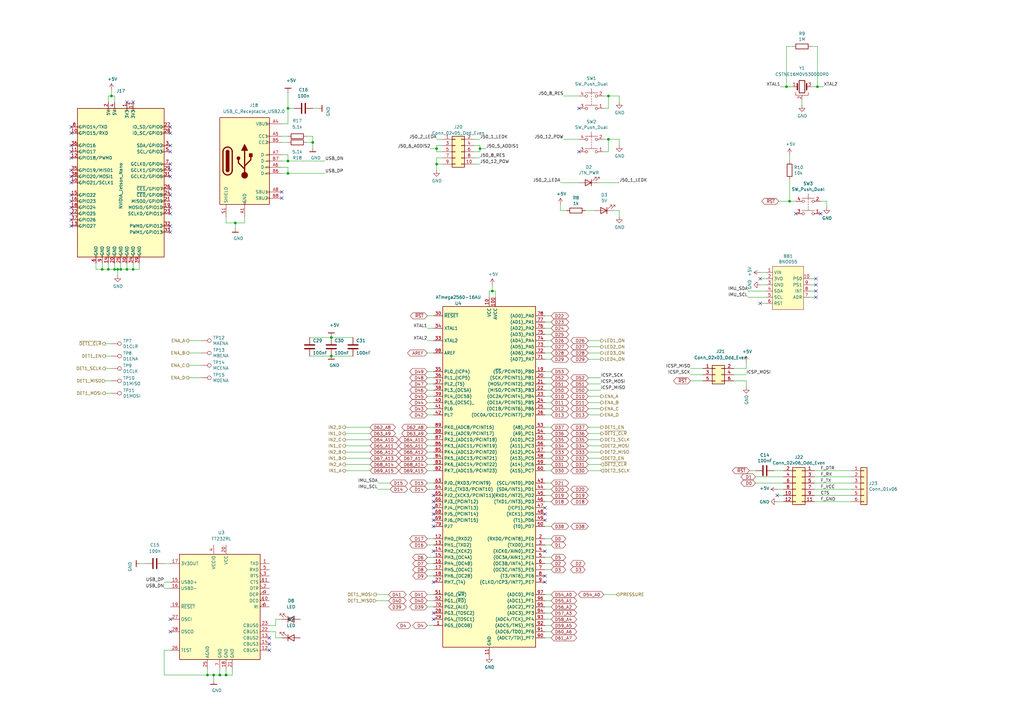
<source format=kicad_sch>
(kicad_sch (version 20200618) (host eeschema "5.99.0-unknown-19b7755~101~ubuntu20.04.1")
  (page 1 5)
  (paper "A3")
  (title_block (title "BOTTOMFEEDER") (date "2020-05-02") (rev "A") (company "UCF EECS Senior Design; Spring/Summer 2020") (comment 1 "Tyler Rose") (comment 2 "Sarah Reim") (comment 3 "T Davis") (comment 4 "John Cope"))
  (junction (at -49.53 154.94))
  (junction (at -12.7 228.6))
  (junction (at 41.91 110.49))
  (junction (at 44.45 110.49))
  (junction (at 45.72 39.37))
  (junction (at 46.99 110.49))
  (junction (at 48.26 110.49))
  (junction (at 49.53 110.49))
  (junction (at 52.07 110.49))
  (junction (at 54.61 110.49))
  (junction (at 85.09 276.86))
  (junction (at 87.63 276.86))
  (junction (at 90.17 276.86))
  (junction (at 92.71 276.86))
  (junction (at 96.52 91.44))
  (junction (at 118.11 44.45))
  (junction (at 118.11 66.04))
  (junction (at 118.11 71.12))
  (junction (at 128.27 58.42))
  (junction (at 135.89 138.43))
  (junction (at 135.89 146.05))
  (junction (at 179.07 60.96))
  (junction (at 179.07 67.31))
  (junction (at 196.85 60.96))
  (junction (at 201.93 119.38))
  (junction (at 249.555 39.37))
  (junction (at 249.555 57.15))
  (junction (at 322.58 35.56))
  (junction (at 323.85 82.55))
  (junction (at 335.28 35.56))
  (no_connect (at 29.21 74.93))
  (no_connect (at 69.85 59.69))
  (no_connect (at 177.8 213.36))
  (no_connect (at 223.52 213.36))
  (no_connect (at 29.21 90.17))
  (no_connect (at 69.85 254))
  (no_connect (at 115.57 81.28))
  (no_connect (at 177.8 203.2))
  (no_connect (at 115.57 78.74))
  (no_connect (at 237.49 62.23))
  (no_connect (at 311.785 114.3))
  (no_connect (at -46.99 140.97))
  (no_connect (at 69.85 54.61))
  (no_connect (at 29.21 72.39))
  (no_connect (at 69.85 67.31))
  (no_connect (at 177.8 254))
  (no_connect (at 311.785 124.46))
  (no_connect (at 29.21 82.55))
  (no_connect (at 110.49 264.16))
  (no_connect (at 69.85 52.07))
  (no_connect (at 29.21 54.61))
  (no_connect (at 69.85 95.25))
  (no_connect (at 223.52 236.22))
  (no_connect (at 69.85 85.09))
  (no_connect (at 177.8 208.28))
  (no_connect (at 177.8 238.76))
  (no_connect (at 177.8 210.82))
  (no_connect (at 52.07 41.91))
  (no_connect (at 334.645 114.3))
  (no_connect (at 29.21 52.07))
  (no_connect (at 223.52 226.06))
  (no_connect (at -46.99 148.59))
  (no_connect (at 223.52 238.76))
  (no_connect (at -49.53 158.75))
  (no_connect (at 69.85 72.39))
  (no_connect (at 54.61 41.91))
  (no_connect (at 177.8 226.06))
  (no_connect (at 29.21 80.01))
  (no_connect (at 29.21 69.85))
  (no_connect (at 223.52 208.28))
  (no_connect (at 29.21 92.71))
  (no_connect (at 326.39 87.63))
  (no_connect (at 334.645 121.92))
  (no_connect (at 177.8 215.9))
  (no_connect (at 334.645 119.38))
  (no_connect (at 69.85 80.01))
  (no_connect (at 69.85 259.08))
  (no_connect (at 69.85 62.23))
  (no_connect (at 336.55 87.63))
  (no_connect (at 69.85 87.63))
  (no_connect (at 334.645 116.84))
  (no_connect (at 223.52 210.82))
  (no_connect (at 237.49 44.45))
  (no_connect (at 110.49 266.7))
  (no_connect (at 110.49 261.62))
  (no_connect (at 69.85 92.71))
  (no_connect (at 29.21 62.23))
  (no_connect (at 29.21 87.63))
  (no_connect (at 69.85 69.85))
  (no_connect (at 29.21 64.77))
  (no_connect (at 29.21 59.69))
  (no_connect (at 29.21 85.09))
  (no_connect (at 177.8 251.46))
  (no_connect (at 177.8 205.74))
  (no_connect (at 69.85 77.47))
  (no_connect (at 318.77 203.2))
  (wire (pts (xy -49.53 143.51) (xy -46.99 143.51)))
  (wire (pts (xy -49.53 146.05) (xy -46.99 146.05)))
  (wire (pts (xy -49.53 151.13) (xy -46.99 151.13)))
  (wire (pts (xy -49.53 153.67) (xy -49.53 154.94)))
  (wire (pts (xy -49.53 154.94) (xy -52.07 154.94)))
  (wire (pts (xy -49.53 154.94) (xy -49.53 156.21)))
  (wire (pts (xy -49.53 156.21) (xy -46.99 156.21)))
  (wire (pts (xy -49.53 158.75) (xy -46.99 158.75)))
  (wire (pts (xy -49.53 165.1) (xy -46.99 165.1)))
  (wire (pts (xy -49.53 167.64) (xy -46.99 167.64)))
  (wire (pts (xy -49.53 170.18) (xy -46.99 170.18)))
  (wire (pts (xy -49.53 172.72) (xy -46.99 172.72)))
  (wire (pts (xy -49.53 175.26) (xy -46.99 175.26)))
  (wire (pts (xy -49.53 177.8) (xy -46.99 177.8)))
  (wire (pts (xy -49.53 180.34) (xy -46.99 180.34)))
  (wire (pts (xy -49.53 182.88) (xy -46.99 182.88)))
  (wire (pts (xy -49.53 189.23) (xy -46.99 189.23)))
  (wire (pts (xy -49.53 191.77) (xy -46.99 191.77)))
  (wire (pts (xy -49.53 194.31) (xy -46.99 194.31)))
  (wire (pts (xy -49.53 196.85) (xy -46.99 196.85)))
  (wire (pts (xy -49.53 199.39) (xy -46.99 199.39)))
  (wire (pts (xy -49.53 201.93) (xy -46.99 201.93)))
  (wire (pts (xy -49.53 204.47) (xy -46.99 204.47)))
  (wire (pts (xy -49.53 207.01) (xy -46.99 207.01)))
  (wire (pts (xy -49.53 213.36) (xy -46.99 213.36)))
  (wire (pts (xy -49.53 215.9) (xy -46.99 215.9)))
  (wire (pts (xy -49.53 218.44) (xy -46.99 218.44)))
  (wire (pts (xy -49.53 220.98) (xy -46.99 220.98)))
  (wire (pts (xy -49.53 223.52) (xy -46.99 223.52)))
  (wire (pts (xy -49.53 226.06) (xy -46.99 226.06)))
  (wire (pts (xy -49.53 231.14) (xy -46.99 231.14)))
  (wire (pts (xy -49.53 242.57) (xy -46.99 242.57)))
  (wire (pts (xy -49.53 245.11) (xy -46.99 245.11)))
  (wire (pts (xy -49.53 247.65) (xy -46.99 247.65)))
  (wire (pts (xy -49.53 250.19) (xy -46.99 250.19)))
  (wire (pts (xy -49.53 252.73) (xy -46.99 252.73)))
  (wire (pts (xy -49.53 255.27) (xy -46.99 255.27)))
  (wire (pts (xy -49.53 257.81) (xy -46.99 257.81)))
  (wire (pts (xy -49.53 260.35) (xy -46.99 260.35)))
  (wire (pts (xy -46.99 153.67) (xy -49.53 153.67)))
  (wire (pts (xy -46.99 228.6) (xy -49.53 228.6)))
  (wire (pts (xy -15.24 186.69) (xy -12.7 186.69)))
  (wire (pts (xy -15.24 189.23) (xy -12.7 189.23)))
  (wire (pts (xy -15.24 191.77) (xy -12.7 191.77)))
  (wire (pts (xy -15.24 194.31) (xy -12.7 194.31)))
  (wire (pts (xy -15.24 217.17) (xy -12.7 217.17)))
  (wire (pts (xy -15.24 219.71) (xy -12.7 219.71)))
  (wire (pts (xy -15.24 222.25) (xy -12.7 222.25)))
  (wire (pts (xy -15.24 224.79) (xy -12.7 224.79)))
  (wire (pts (xy -15.24 227.33) (xy -12.7 227.33)))
  (wire (pts (xy -15.24 242.57) (xy -12.7 242.57)))
  (wire (pts (xy -15.24 245.11) (xy -12.7 245.11)))
  (wire (pts (xy -15.24 247.65) (xy -12.7 247.65)))
  (wire (pts (xy -15.24 250.19) (xy -12.7 250.19)))
  (wire (pts (xy -15.24 252.73) (xy -12.7 252.73)))
  (wire (pts (xy -15.24 255.27) (xy -12.7 255.27)))
  (wire (pts (xy -15.24 257.81) (xy -12.7 257.81)))
  (wire (pts (xy -15.24 260.35) (xy -12.7 260.35)))
  (wire (pts (xy -12.7 140.97) (xy -15.24 140.97)))
  (wire (pts (xy -12.7 143.51) (xy -15.24 143.51)))
  (wire (pts (xy -12.7 146.05) (xy -15.24 146.05)))
  (wire (pts (xy -12.7 148.59) (xy -15.24 148.59)))
  (wire (pts (xy -12.7 151.13) (xy -15.24 151.13)))
  (wire (pts (xy -12.7 153.67) (xy -15.24 153.67)))
  (wire (pts (xy -12.7 156.21) (xy -15.24 156.21)))
  (wire (pts (xy -12.7 158.75) (xy -15.24 158.75)))
  (wire (pts (xy -12.7 161.29) (xy -15.24 161.29)))
  (wire (pts (xy -12.7 163.83) (xy -15.24 163.83)))
  (wire (pts (xy -12.7 166.37) (xy -15.24 166.37)))
  (wire (pts (xy -12.7 168.91) (xy -15.24 168.91)))
  (wire (pts (xy -12.7 171.45) (xy -15.24 171.45)))
  (wire (pts (xy -12.7 173.99) (xy -15.24 173.99)))
  (wire (pts (xy -12.7 176.53) (xy -15.24 176.53)))
  (wire (pts (xy -12.7 179.07) (xy -15.24 179.07)))
  (wire (pts (xy -12.7 181.61) (xy -15.24 181.61)))
  (wire (pts (xy -12.7 184.15) (xy -15.24 184.15)))
  (wire (pts (xy -12.7 196.85) (xy -15.24 196.85)))
  (wire (pts (xy -12.7 199.39) (xy -15.24 199.39)))
  (wire (pts (xy -12.7 201.93) (xy -15.24 201.93)))
  (wire (pts (xy -12.7 204.47) (xy -15.24 204.47)))
  (wire (pts (xy -12.7 207.01) (xy -15.24 207.01)))
  (wire (pts (xy -12.7 209.55) (xy -15.24 209.55)))
  (wire (pts (xy -12.7 212.09) (xy -15.24 212.09)))
  (wire (pts (xy -12.7 214.63) (xy -15.24 214.63)))
  (wire (pts (xy -12.7 227.33) (xy -12.7 228.6)))
  (wire (pts (xy -12.7 228.6) (xy -12.7 229.87)))
  (wire (pts (xy -12.7 228.6) (xy -10.16 228.6)))
  (wire (pts (xy -12.7 229.87) (xy -15.24 229.87)))
  (wire (pts (xy 39.37 107.95) (xy 39.37 110.49)))
  (wire (pts (xy 39.37 110.49) (xy 41.91 110.49)))
  (wire (pts (xy 41.91 107.95) (xy 41.91 110.49)))
  (wire (pts (xy 41.91 110.49) (xy 44.45 110.49)))
  (wire (pts (xy 43.18 140.97) (xy 45.72 140.97)))
  (wire (pts (xy 43.18 146.05) (xy 45.72 146.05)))
  (wire (pts (xy 43.18 151.13) (xy 45.72 151.13)))
  (wire (pts (xy 43.18 156.21) (xy 45.72 156.21)))
  (wire (pts (xy 43.18 161.29) (xy 45.72 161.29)))
  (wire (pts (xy 44.45 39.37) (xy 44.45 41.91)))
  (wire (pts (xy 44.45 107.95) (xy 44.45 110.49)))
  (wire (pts (xy 44.45 110.49) (xy 46.99 110.49)))
  (wire (pts (xy 45.72 39.37) (xy 44.45 39.37)))
  (wire (pts (xy 45.72 39.37) (xy 45.72 36.83)))
  (wire (pts (xy 46.99 39.37) (xy 45.72 39.37)))
  (wire (pts (xy 46.99 41.91) (xy 46.99 39.37)))
  (wire (pts (xy 46.99 110.49) (xy 46.99 107.95)))
  (wire (pts (xy 46.99 110.49) (xy 48.26 110.49)))
  (wire (pts (xy 48.26 110.49) (xy 48.26 113.03)))
  (wire (pts (xy 48.26 110.49) (xy 49.53 110.49)))
  (wire (pts (xy 49.53 107.95) (xy 49.53 110.49)))
  (wire (pts (xy 49.53 110.49) (xy 52.07 110.49)))
  (wire (pts (xy 52.07 107.95) (xy 52.07 110.49)))
  (wire (pts (xy 52.07 110.49) (xy 54.61 110.49)))
  (wire (pts (xy 54.61 107.95) (xy 54.61 110.49)))
  (wire (pts (xy 54.61 110.49) (xy 57.15 110.49)))
  (wire (pts (xy 57.15 110.49) (xy 57.15 107.95)))
  (wire (pts (xy 57.15 231.14) (xy 59.69 231.14)))
  (wire (pts (xy 67.31 231.14) (xy 69.85 231.14)))
  (wire (pts (xy 67.31 238.76) (xy 69.85 238.76)))
  (wire (pts (xy 67.31 241.3) (xy 69.85 241.3)))
  (wire (pts (xy 67.31 266.7) (xy 69.85 266.7)))
  (wire (pts (xy 67.31 276.86) (xy 67.31 266.7)))
  (wire (pts (xy 82.55 139.7) (xy 77.47 139.7)))
  (wire (pts (xy 82.55 144.78) (xy 77.47 144.78)))
  (wire (pts (xy 82.55 149.86) (xy 77.47 149.86)))
  (wire (pts (xy 82.55 154.94) (xy 77.47 154.94)))
  (wire (pts (xy 85.09 276.86) (xy 67.31 276.86)))
  (wire (pts (xy 85.09 276.86) (xy 85.09 274.32)))
  (wire (pts (xy 87.63 276.86) (xy 85.09 276.86)))
  (wire (pts (xy 87.63 276.86) (xy 90.17 276.86)))
  (wire (pts (xy 87.63 279.4) (xy 87.63 276.86)))
  (wire (pts (xy 90.17 276.86) (xy 90.17 274.32)))
  (wire (pts (xy 90.17 276.86) (xy 92.71 276.86)))
  (wire (pts (xy 92.71 91.44) (xy 92.71 88.9)))
  (wire (pts (xy 92.71 276.86) (xy 92.71 274.32)))
  (wire (pts (xy 92.71 276.86) (xy 95.25 276.86)))
  (wire (pts (xy 95.25 276.86) (xy 95.25 274.32)))
  (wire (pts (xy 96.52 91.44) (xy 92.71 91.44)))
  (wire (pts (xy 96.52 93.98) (xy 96.52 91.44)))
  (wire (pts (xy 100.33 88.9) (xy 100.33 91.44)))
  (wire (pts (xy 100.33 91.44) (xy 96.52 91.44)))
  (wire (pts (xy 110.49 256.54) (xy 113.03 256.54)))
  (wire (pts (xy 110.49 259.08) (xy 113.03 259.08)))
  (wire (pts (xy 113.03 254) (xy 115.57 254)))
  (wire (pts (xy 113.03 256.54) (xy 113.03 254)))
  (wire (pts (xy 113.03 259.08) (xy 113.03 261.62)))
  (wire (pts (xy 113.03 261.62) (xy 115.57 261.62)))
  (wire (pts (xy 115.57 55.88) (xy 118.11 55.88)))
  (wire (pts (xy 115.57 58.42) (xy 118.11 58.42)))
  (wire (pts (xy 115.57 63.5) (xy 118.11 63.5)))
  (wire (pts (xy 115.57 66.04) (xy 118.11 66.04)))
  (wire (pts (xy 115.57 68.58) (xy 118.11 68.58)))
  (wire (pts (xy 115.57 71.12) (xy 118.11 71.12)))
  (wire (pts (xy 118.11 38.1) (xy 118.11 44.45)))
  (wire (pts (xy 118.11 44.45) (xy 118.11 50.8)))
  (wire (pts (xy 118.11 44.45) (xy 120.65 44.45)))
  (wire (pts (xy 118.11 50.8) (xy 115.57 50.8)))
  (wire (pts (xy 118.11 63.5) (xy 118.11 66.04)))
  (wire (pts (xy 118.11 66.04) (xy 133.35 66.04)))
  (wire (pts (xy 118.11 68.58) (xy 118.11 71.12)))
  (wire (pts (xy 118.11 71.12) (xy 133.35 71.12)))
  (wire (pts (xy 125.73 58.42) (xy 128.27 58.42)))
  (wire (pts (xy 127 138.43) (xy 135.89 138.43)))
  (wire (pts (xy 127 146.05) (xy 135.89 146.05)))
  (wire (pts (xy 128.27 55.88) (xy 125.73 55.88)))
  (wire (pts (xy 128.27 58.42) (xy 128.27 55.88)))
  (wire (pts (xy 128.27 60.96) (xy 128.27 58.42)))
  (wire (pts (xy 130.81 44.45) (xy 128.27 44.45)))
  (wire (pts (xy 135.89 138.43) (xy 144.78 138.43)))
  (wire (pts (xy 135.89 146.05) (xy 144.78 146.05)))
  (wire (pts (xy 141.605 175.26) (xy 151.765 175.26)))
  (wire (pts (xy 141.605 177.8) (xy 151.765 177.8)))
  (wire (pts (xy 141.605 180.34) (xy 151.765 180.34)))
  (wire (pts (xy 141.605 182.88) (xy 151.765 182.88)))
  (wire (pts (xy 141.605 185.42) (xy 151.765 185.42)))
  (wire (pts (xy 141.605 187.96) (xy 151.765 187.96)))
  (wire (pts (xy 141.605 190.5) (xy 151.765 190.5)))
  (wire (pts (xy 141.605 193.04) (xy 151.765 193.04)))
  (wire (pts (xy 159.385 243.84) (xy 154.305 243.84)))
  (wire (pts (xy 159.385 246.38) (xy 154.305 246.38)))
  (wire (pts (xy 160.02 198.12) (xy 154.94 198.12)))
  (wire (pts (xy 160.02 200.66) (xy 154.94 200.66)))
  (wire (pts (xy 175.26 129.54) (xy 177.8 129.54)))
  (wire (pts (xy 175.26 134.62) (xy 177.8 134.62)))
  (wire (pts (xy 175.26 139.7) (xy 177.8 139.7)))
  (wire (pts (xy 175.26 144.78) (xy 177.8 144.78)))
  (wire (pts (xy 175.26 152.4) (xy 177.8 152.4)))
  (wire (pts (xy 175.26 154.94) (xy 177.8 154.94)))
  (wire (pts (xy 175.26 157.48) (xy 177.8 157.48)))
  (wire (pts (xy 175.26 160.02) (xy 177.8 160.02)))
  (wire (pts (xy 175.26 162.56) (xy 177.8 162.56)))
  (wire (pts (xy 175.26 165.1) (xy 177.8 165.1)))
  (wire (pts (xy 175.26 167.64) (xy 177.8 167.64)))
  (wire (pts (xy 175.26 170.18) (xy 177.8 170.18)))
  (wire (pts (xy 175.26 175.26) (xy 177.8 175.26)))
  (wire (pts (xy 175.26 177.8) (xy 177.8 177.8)))
  (wire (pts (xy 175.26 180.34) (xy 177.8 180.34)))
  (wire (pts (xy 175.26 182.88) (xy 177.8 182.88)))
  (wire (pts (xy 175.26 185.42) (xy 177.8 185.42)))
  (wire (pts (xy 175.26 187.96) (xy 177.8 187.96)))
  (wire (pts (xy 175.26 190.5) (xy 177.8 190.5)))
  (wire (pts (xy 175.26 193.04) (xy 177.8 193.04)))
  (wire (pts (xy 175.26 198.12) (xy 177.8 198.12)))
  (wire (pts (xy 175.26 200.66) (xy 177.8 200.66)))
  (wire (pts (xy 175.26 220.98) (xy 177.8 220.98)))
  (wire (pts (xy 175.26 223.52) (xy 177.8 223.52)))
  (wire (pts (xy 175.26 228.6) (xy 177.8 228.6)))
  (wire (pts (xy 175.26 231.14) (xy 177.8 231.14)))
  (wire (pts (xy 175.26 233.68) (xy 177.8 233.68)))
  (wire (pts (xy 175.26 236.22) (xy 177.8 236.22)))
  (wire (pts (xy 175.26 243.84) (xy 177.8 243.84)))
  (wire (pts (xy 175.26 246.38) (xy 177.8 246.38)))
  (wire (pts (xy 175.26 248.92) (xy 177.8 248.92)))
  (wire (pts (xy 175.26 256.54) (xy 177.8 256.54)))
  (wire (pts (xy 176.53 60.96) (xy 179.07 60.96)))
  (wire (pts (xy 179.07 57.15) (xy 181.61 57.15)))
  (wire (pts (xy 179.07 59.69) (xy 179.07 60.96)))
  (wire (pts (xy 179.07 59.69) (xy 181.61 59.69)))
  (wire (pts (xy 179.07 60.96) (xy 179.07 62.23)))
  (wire (pts (xy 179.07 62.23) (xy 181.61 62.23)))
  (wire (pts (xy 179.07 64.77) (xy 181.61 64.77)))
  (wire (pts (xy 179.07 67.31) (xy 179.07 64.77)))
  (wire (pts (xy 179.07 67.31) (xy 181.61 67.31)))
  (wire (pts (xy 179.07 69.85) (xy 179.07 67.31)))
  (wire (pts (xy 194.31 57.15) (xy 196.85 57.15)))
  (wire (pts (xy 194.31 59.69) (xy 196.85 59.69)))
  (wire (pts (xy 194.31 62.23) (xy 196.85 62.23)))
  (wire (pts (xy 194.31 64.77) (xy 196.85 64.77)))
  (wire (pts (xy 194.31 67.31) (xy 196.85 67.31)))
  (wire (pts (xy 196.85 59.69) (xy 196.85 60.96)))
  (wire (pts (xy 196.85 60.96) (xy 196.85 62.23)))
  (wire (pts (xy 196.85 60.96) (xy 199.39 60.96)))
  (wire (pts (xy 200.66 119.38) (xy 200.66 121.92)))
  (wire (pts (xy 201.93 119.38) (xy 200.66 119.38)))
  (wire (pts (xy 201.93 119.38) (xy 201.93 116.84)))
  (wire (pts (xy 203.2 119.38) (xy 201.93 119.38)))
  (wire (pts (xy 203.2 121.92) (xy 203.2 119.38)))
  (wire (pts (xy 226.06 129.54) (xy 223.52 129.54)))
  (wire (pts (xy 226.06 132.08) (xy 223.52 132.08)))
  (wire (pts (xy 226.06 134.62) (xy 223.52 134.62)))
  (wire (pts (xy 226.06 137.16) (xy 223.52 137.16)))
  (wire (pts (xy 226.06 139.7) (xy 223.52 139.7)))
  (wire (pts (xy 226.06 142.24) (xy 223.52 142.24)))
  (wire (pts (xy 226.06 144.78) (xy 223.52 144.78)))
  (wire (pts (xy 226.06 147.32) (xy 223.52 147.32)))
  (wire (pts (xy 226.06 152.4) (xy 223.52 152.4)))
  (wire (pts (xy 226.06 154.94) (xy 223.52 154.94)))
  (wire (pts (xy 226.06 157.48) (xy 223.52 157.48)))
  (wire (pts (xy 226.06 160.02) (xy 223.52 160.02)))
  (wire (pts (xy 226.06 162.56) (xy 223.52 162.56)))
  (wire (pts (xy 226.06 165.1) (xy 223.52 165.1)))
  (wire (pts (xy 226.06 167.64) (xy 223.52 167.64)))
  (wire (pts (xy 226.06 170.18) (xy 223.52 170.18)))
  (wire (pts (xy 226.06 175.26) (xy 223.52 175.26)))
  (wire (pts (xy 226.06 177.8) (xy 223.52 177.8)))
  (wire (pts (xy 226.06 180.34) (xy 223.52 180.34)))
  (wire (pts (xy 226.06 182.88) (xy 223.52 182.88)))
  (wire (pts (xy 226.06 185.42) (xy 223.52 185.42)))
  (wire (pts (xy 226.06 187.96) (xy 223.52 187.96)))
  (wire (pts (xy 226.06 190.5) (xy 223.52 190.5)))
  (wire (pts (xy 226.06 193.04) (xy 223.52 193.04)))
  (wire (pts (xy 226.06 198.12) (xy 223.52 198.12)))
  (wire (pts (xy 226.06 200.66) (xy 223.52 200.66)))
  (wire (pts (xy 226.06 203.2) (xy 223.52 203.2)))
  (wire (pts (xy 226.06 205.74) (xy 223.52 205.74)))
  (wire (pts (xy 226.06 215.9) (xy 223.52 215.9)))
  (wire (pts (xy 226.06 220.98) (xy 223.52 220.98)))
  (wire (pts (xy 226.06 223.52) (xy 223.52 223.52)))
  (wire (pts (xy 226.06 228.6) (xy 223.52 228.6)))
  (wire (pts (xy 226.06 231.14) (xy 223.52 231.14)))
  (wire (pts (xy 226.06 233.68) (xy 223.52 233.68)))
  (wire (pts (xy 226.06 243.84) (xy 223.52 243.84)))
  (wire (pts (xy 226.06 246.38) (xy 223.52 246.38)))
  (wire (pts (xy 226.06 248.92) (xy 223.52 248.92)))
  (wire (pts (xy 226.06 251.46) (xy 223.52 251.46)))
  (wire (pts (xy 226.06 254) (xy 223.52 254)))
  (wire (pts (xy 226.06 256.54) (xy 223.52 256.54)))
  (wire (pts (xy 226.06 259.08) (xy 223.52 259.08)))
  (wire (pts (xy 226.06 261.62) (xy 223.52 261.62)))
  (wire (pts (xy 229.87 74.93) (xy 237.49 74.93)))
  (wire (pts (xy 229.87 83.82) (xy 229.87 86.36)))
  (wire (pts (xy 232.41 86.36) (xy 229.87 86.36)))
  (wire (pts (xy 237.49 39.37) (xy 231.14 39.37)))
  (wire (pts (xy 237.49 57.15) (xy 231.14 57.15)))
  (wire (pts (xy 240.03 86.36) (xy 243.84 86.36)))
  (wire (pts (xy 241.3 139.7) (xy 246.38 139.7)))
  (wire (pts (xy 241.3 144.78) (xy 246.38 144.78)))
  (wire (pts (xy 241.3 154.94) (xy 246.38 154.94)))
  (wire (pts (xy 241.3 157.48) (xy 246.38 157.48)))
  (wire (pts (xy 241.3 160.02) (xy 246.38 160.02)))
  (wire (pts (xy 241.3 162.56) (xy 246.38 162.56)))
  (wire (pts (xy 241.3 165.1) (xy 246.38 165.1)))
  (wire (pts (xy 241.3 167.64) (xy 246.38 167.64)))
  (wire (pts (xy 241.3 170.18) (xy 246.38 170.18)))
  (wire (pts (xy 241.3 175.26) (xy 246.38 175.26)))
  (wire (pts (xy 241.3 177.8) (xy 246.38 177.8)))
  (wire (pts (xy 241.3 180.34) (xy 246.38 180.34)))
  (wire (pts (xy 241.3 182.88) (xy 246.38 182.88)))
  (wire (pts (xy 241.3 185.42) (xy 246.38 185.42)))
  (wire (pts (xy 241.3 187.96) (xy 246.38 187.96)))
  (wire (pts (xy 241.3 190.5) (xy 246.38 190.5)))
  (wire (pts (xy 241.3 193.04) (xy 246.38 193.04)))
  (wire (pts (xy 245.11 74.93) (xy 254 74.93)))
  (wire (pts (xy 246.38 142.24) (xy 241.3 142.24)))
  (wire (pts (xy 246.38 147.32) (xy 241.3 147.32)))
  (wire (pts (xy 247.65 39.37) (xy 249.555 39.37)))
  (wire (pts (xy 247.65 44.45) (xy 249.555 44.45)))
  (wire (pts (xy 247.65 57.15) (xy 249.555 57.15)))
  (wire (pts (xy 247.65 62.23) (xy 249.555 62.23)))
  (wire (pts (xy 247.65 243.84) (xy 252.73 243.84)))
  (wire (pts (xy 249.555 39.37) (xy 254 39.37)))
  (wire (pts (xy 249.555 44.45) (xy 249.555 39.37)))
  (wire (pts (xy 249.555 57.15) (xy 254 57.15)))
  (wire (pts (xy 249.555 62.23) (xy 249.555 57.15)))
  (wire (pts (xy 254 41.91) (xy 254 39.37)))
  (wire (pts (xy 254 59.69) (xy 254 57.15)))
  (wire (pts (xy 254 86.36) (xy 251.46 86.36)))
  (wire (pts (xy 254 88.9) (xy 254 86.36)))
  (wire (pts (xy 283.21 151.13) (xy 288.29 151.13)))
  (wire (pts (xy 283.21 153.67) (xy 288.29 153.67)))
  (wire (pts (xy 283.21 156.21) (xy 288.29 156.21)))
  (wire (pts (xy 300.99 151.13) (xy 306.07 151.13)))
  (wire (pts (xy 300.99 153.67) (xy 306.07 153.67)))
  (wire (pts (xy 300.99 156.21) (xy 306.07 156.21)))
  (wire (pts (xy 306.07 148.59) (xy 306.07 151.13)))
  (wire (pts (xy 306.07 156.21) (xy 306.07 158.75)))
  (wire (pts (xy 306.705 119.38) (xy 314.325 119.38)))
  (wire (pts (xy 306.705 121.92) (xy 314.325 121.92)))
  (wire (pts (xy 307.34 193.04) (xy 309.88 193.04)))
  (wire (pts (xy 309.88 195.58) (xy 321.31 195.58)))
  (wire (pts (xy 309.88 198.12) (xy 321.31 198.12)))
  (wire (pts (xy 311.785 111.76) (xy 314.325 111.76)))
  (wire (pts (xy 311.785 114.3) (xy 314.325 114.3)))
  (wire (pts (xy 311.785 116.84) (xy 314.325 116.84)))
  (wire (pts (xy 311.785 124.46) (xy 314.325 124.46)))
  (wire (pts (xy 317.5 193.04) (xy 321.31 193.04)))
  (wire (pts (xy 318.77 200.66) (xy 321.31 200.66)))
  (wire (pts (xy 318.77 203.2) (xy 321.31 203.2)))
  (wire (pts (xy 318.77 205.74) (xy 321.31 205.74)))
  (wire (pts (xy 319.405 82.55) (xy 323.85 82.55)))
  (wire (pts (xy 322.58 19.05) (xy 322.58 35.56)))
  (wire (pts (xy 322.58 35.56) (xy 320.04 35.56)))
  (wire (pts (xy 323.85 66.04) (xy 323.85 63.5)))
  (wire (pts (xy 323.85 73.66) (xy 323.85 82.55)))
  (wire (pts (xy 323.85 82.55) (xy 326.39 82.55)))
  (wire (pts (xy 325.12 19.05) (xy 322.58 19.05)))
  (wire (pts (xy 325.12 35.56) (xy 322.58 35.56)))
  (wire (pts (xy 328.93 40.64) (xy 328.93 43.18)))
  (wire (pts (xy 332.105 114.3) (xy 334.645 114.3)))
  (wire (pts (xy 332.105 116.84) (xy 334.645 116.84)))
  (wire (pts (xy 332.105 119.38) (xy 334.645 119.38)))
  (wire (pts (xy 332.105 121.92) (xy 334.645 121.92)))
  (wire (pts (xy 332.74 35.56) (xy 335.28 35.56)))
  (wire (pts (xy 334.01 193.04) (xy 349.25 193.04)))
  (wire (pts (xy 334.01 195.58) (xy 349.25 195.58)))
  (wire (pts (xy 334.01 198.12) (xy 349.25 198.12)))
  (wire (pts (xy 334.01 200.66) (xy 349.25 200.66)))
  (wire (pts (xy 334.01 203.2) (xy 349.25 203.2)))
  (wire (pts (xy 334.01 205.74) (xy 349.25 205.74)))
  (wire (pts (xy 335.28 19.05) (xy 332.74 19.05)))
  (wire (pts (xy 335.28 35.56) (xy 335.28 19.05)))
  (wire (pts (xy 335.28 35.56) (xy 337.82 35.56)))
  (wire (pts (xy 339.09 82.55) (xy 336.55 82.55)))
  (wire (pts (xy 339.09 85.09) (xy 339.09 82.55)))
  (label "USB_DP" (at 67.31 238.76 180))
  (label "USB_DN" (at 67.31 241.3 180))
  (label "USB_DN" (at 133.35 66.04 0))
  (label "USB_DP" (at 133.35 71.12 0))
  (label "IMU_SDA" (at 154.94 198.12 180))
  (label "IMU_SCL" (at 154.94 200.66 180))
  (label "XTAL1" (at 175.26 134.62 180))
  (label "XTAL2" (at 175.26 139.7 180))
  (label "J50_6_AODIS2" (at 176.53 60.96 180))
  (label "J50_2_LEDA" (at 179.07 57.15 180))
  (label "J50_1_LEDK" (at 196.85 57.15 0))
  (label "J50_8_RES" (at 196.85 64.77 0))
  (label "J50_12_POW" (at 196.85 67.31 0))
  (label "J50_5_AODIS1" (at 199.39 60.96 0))
  (label "J50_2_LEDA" (at 229.87 74.93 180))
  (label "J50_8_RES" (at 231.14 39.37 180))
  (label "J50_12_POW" (at 231.14 57.15 180))
  (label "ICSP_SCK" (at 246.38 154.94 0))
  (label "ICSP_MOSI" (at 246.38 157.48 0))
  (label "ICSP_MISO" (at 246.38 160.02 0))
  (label "J50_1_LEDK" (at 254 74.93 0))
  (label "ICSP_MISO" (at 283.21 151.13 180))
  (label "ICSP_SCK" (at 283.21 153.67 180))
  (label "ICSP_MOSI" (at 306.07 153.67 0))
  (label "IMU_SDA" (at 306.705 119.38 180))
  (label "IMU_SCL" (at 306.705 121.92 180))
  (label "XTAL1" (at 320.04 35.56 180))
  (label "F_DTR" (at 336.55 193.04 0))
  (label "F_RX" (at 336.55 195.58 0))
  (label "F_TX" (at 336.55 198.12 0))
  (label "F_VCC" (at 336.55 200.66 0))
  (label "CTS" (at 336.55 203.2 0))
  (label "F_GND" (at 336.55 205.74 0))
  (label "XTAL2" (at 337.82 35.56 0))
  (global_label "~RST~" (shape bidirectional) (at -49.53 146.05 180))
  (global_label "D54_A0" (shape bidirectional) (at -49.53 165.1 180))
  (global_label "D55_A1" (shape bidirectional) (at -49.53 167.64 180))
  (global_label "D56_A2" (shape bidirectional) (at -49.53 170.18 180))
  (global_label "D57_A3" (shape bidirectional) (at -49.53 172.72 180))
  (global_label "D58_A4" (shape bidirectional) (at -49.53 175.26 180))
  (global_label "D59_A5" (shape bidirectional) (at -49.53 177.8 180))
  (global_label "D60_A6" (shape bidirectional) (at -49.53 180.34 180))
  (global_label "D61_A7" (shape bidirectional) (at -49.53 182.88 180))
  (global_label "D0" (shape bidirectional) (at -49.53 189.23 180))
  (global_label "D1" (shape bidirectional) (at -49.53 191.77 180))
  (global_label "D2" (shape bidirectional) (at -49.53 194.31 180))
  (global_label "D3" (shape bidirectional) (at -49.53 196.85 180))
  (global_label "D4" (shape bidirectional) (at -49.53 199.39 180))
  (global_label "D5" (shape bidirectional) (at -49.53 201.93 180))
  (global_label "D6" (shape bidirectional) (at -49.53 204.47 180))
  (global_label "D7" (shape bidirectional) (at -49.53 207.01 180))
  (global_label "D8" (shape bidirectional) (at -49.53 213.36 180))
  (global_label "D9" (shape bidirectional) (at -49.53 215.9 180))
  (global_label "D10" (shape bidirectional) (at -49.53 218.44 180))
  (global_label "D11" (shape bidirectional) (at -49.53 220.98 180))
  (global_label "D12" (shape bidirectional) (at -49.53 223.52 180))
  (global_label "D13" (shape bidirectional) (at -49.53 226.06 180))
  (global_label "D14" (shape bidirectional) (at -49.53 242.57 180))
  (global_label "D15" (shape bidirectional) (at -49.53 245.11 180))
  (global_label "D16" (shape bidirectional) (at -49.53 247.65 180))
  (global_label "D17" (shape bidirectional) (at -49.53 250.19 180))
  (global_label "D18" (shape bidirectional) (at -49.53 252.73 180))
  (global_label "D19" (shape bidirectional) (at -49.53 255.27 180))
  (global_label "D20" (shape bidirectional) (at -49.53 257.81 180))
  (global_label "D21" (shape bidirectional) (at -49.53 260.35 180))
  (global_label "D22" (shape bidirectional) (at -12.7 146.05 0))
  (global_label "D23" (shape bidirectional) (at -12.7 148.59 0))
  (global_label "D24" (shape bidirectional) (at -12.7 151.13 0))
  (global_label "D25" (shape bidirectional) (at -12.7 153.67 0))
  (global_label "D26" (shape bidirectional) (at -12.7 156.21 0))
  (global_label "D27" (shape bidirectional) (at -12.7 158.75 0))
  (global_label "D28" (shape bidirectional) (at -12.7 161.29 0))
  (global_label "D29" (shape bidirectional) (at -12.7 163.83 0))
  (global_label "D30" (shape bidirectional) (at -12.7 166.37 0))
  (global_label "D31" (shape bidirectional) (at -12.7 168.91 0))
  (global_label "D32" (shape bidirectional) (at -12.7 171.45 0))
  (global_label "D33" (shape bidirectional) (at -12.7 173.99 0))
  (global_label "D34" (shape bidirectional) (at -12.7 176.53 0))
  (global_label "D35" (shape bidirectional) (at -12.7 179.07 0))
  (global_label "D36" (shape bidirectional) (at -12.7 181.61 0))
  (global_label "D37" (shape bidirectional) (at -12.7 184.15 0))
  (global_label "D38" (shape bidirectional) (at -12.7 186.69 0))
  (global_label "D39" (shape bidirectional) (at -12.7 189.23 0))
  (global_label "D40" (shape bidirectional) (at -12.7 191.77 0))
  (global_label "D41" (shape bidirectional) (at -12.7 194.31 0))
  (global_label "D42" (shape bidirectional) (at -12.7 196.85 0))
  (global_label "D43" (shape bidirectional) (at -12.7 199.39 0))
  (global_label "D44" (shape bidirectional) (at -12.7 201.93 0))
  (global_label "D45" (shape bidirectional) (at -12.7 204.47 0))
  (global_label "D46" (shape bidirectional) (at -12.7 207.01 0))
  (global_label "D47" (shape bidirectional) (at -12.7 209.55 0))
  (global_label "D48" (shape bidirectional) (at -12.7 212.09 0))
  (global_label "D49" (shape bidirectional) (at -12.7 214.63 0))
  (global_label "D50" (shape bidirectional) (at -12.7 217.17 0))
  (global_label "D51" (shape bidirectional) (at -12.7 219.71 0))
  (global_label "D52" (shape bidirectional) (at -12.7 222.25 0))
  (global_label "D53" (shape bidirectional) (at -12.7 224.79 0))
  (global_label "D62_A8" (shape bidirectional) (at -12.7 242.57 0))
  (global_label "D63_A9" (shape bidirectional) (at -12.7 245.11 0))
  (global_label "D64_A10" (shape bidirectional) (at -12.7 247.65 0))
  (global_label "D65_A11" (shape bidirectional) (at -12.7 250.19 0))
  (global_label "D66_A12" (shape bidirectional) (at -12.7 252.73 0))
  (global_label "D67_A13" (shape bidirectional) (at -12.7 255.27 0))
  (global_label "D68_A14" (shape bidirectional) (at -12.7 257.81 0))
  (global_label "D69_A15" (shape bidirectional) (at -12.7 260.35 0))
  (global_label "D62_A8" (shape bidirectional) (at 151.765 175.26 0))
  (global_label "D63_A9" (shape bidirectional) (at 151.765 177.8 0))
  (global_label "D64_A10" (shape bidirectional) (at 151.765 180.34 0))
  (global_label "D65_A11" (shape bidirectional) (at 151.765 182.88 0))
  (global_label "D66_A12" (shape bidirectional) (at 151.765 185.42 0))
  (global_label "D67_A13" (shape bidirectional) (at 151.765 187.96 0))
  (global_label "D68_A14" (shape bidirectional) (at 151.765 190.5 0))
  (global_label "D69_A15" (shape bidirectional) (at 151.765 193.04 0))
  (global_label "D41" (shape bidirectional) (at 159.385 243.84 0))
  (global_label "D40" (shape bidirectional) (at 159.385 246.38 0))
  (global_label "D39" (shape bidirectional) (at 159.385 248.92 0))
  (global_label "D15" (shape bidirectional) (at 160.02 198.12 0))
  (global_label "D14" (shape bidirectional) (at 160.02 200.66 0))
  (global_label "D4" (shape bidirectional) (at 162.56 256.54 0))
  (global_label "~RST~" (shape bidirectional) (at 175.26 129.54 180))
  (global_label "AREF" (shape bidirectional) (at 175.26 144.78 180))
  (global_label "D49" (shape bidirectional) (at 175.26 152.4 180))
  (global_label "D48" (shape bidirectional) (at 175.26 154.94 180))
  (global_label "D47" (shape bidirectional) (at 175.26 157.48 180))
  (global_label "D46" (shape bidirectional) (at 175.26 160.02 180))
  (global_label "D45" (shape bidirectional) (at 175.26 162.56 180))
  (global_label "D44" (shape bidirectional) (at 175.26 165.1 180))
  (global_label "D43" (shape bidirectional) (at 175.26 167.64 180))
  (global_label "D42" (shape bidirectional) (at 175.26 170.18 180))
  (global_label "D62_A8" (shape bidirectional) (at 175.26 175.26 180))
  (global_label "D63_A9" (shape bidirectional) (at 175.26 177.8 180))
  (global_label "D64_A10" (shape bidirectional) (at 175.26 180.34 180))
  (global_label "D65_A11" (shape bidirectional) (at 175.26 182.88 180))
  (global_label "D66_A12" (shape bidirectional) (at 175.26 185.42 180))
  (global_label "D67_A13" (shape bidirectional) (at 175.26 187.96 180))
  (global_label "D68_A14" (shape bidirectional) (at 175.26 190.5 180))
  (global_label "D69_A15" (shape bidirectional) (at 175.26 193.04 180))
  (global_label "D15" (shape bidirectional) (at 175.26 198.12 180))
  (global_label "D14" (shape bidirectional) (at 175.26 200.66 180))
  (global_label "D17" (shape bidirectional) (at 175.26 220.98 180))
  (global_label "D16" (shape bidirectional) (at 175.26 223.52 180))
  (global_label "D6" (shape bidirectional) (at 175.26 228.6 180))
  (global_label "D7" (shape bidirectional) (at 175.26 231.14 180))
  (global_label "D8" (shape bidirectional) (at 175.26 233.68 180))
  (global_label "D9" (shape bidirectional) (at 175.26 236.22 180))
  (global_label "D41" (shape bidirectional) (at 175.26 243.84 180))
  (global_label "D40" (shape bidirectional) (at 175.26 246.38 180))
  (global_label "D39" (shape bidirectional) (at 175.26 248.92 180))
  (global_label "D4" (shape bidirectional) (at 175.26 256.54 180))
  (global_label "D22" (shape bidirectional) (at 226.06 129.54 0))
  (global_label "D23" (shape bidirectional) (at 226.06 132.08 0))
  (global_label "D24" (shape bidirectional) (at 226.06 134.62 0))
  (global_label "D25" (shape bidirectional) (at 226.06 137.16 0))
  (global_label "D26" (shape bidirectional) (at 226.06 139.7 0))
  (global_label "D27" (shape bidirectional) (at 226.06 142.24 0))
  (global_label "D28" (shape bidirectional) (at 226.06 144.78 0))
  (global_label "D29" (shape bidirectional) (at 226.06 147.32 0))
  (global_label "D53" (shape bidirectional) (at 226.06 152.4 0))
  (global_label "D52" (shape bidirectional) (at 226.06 154.94 0))
  (global_label "D51" (shape bidirectional) (at 226.06 157.48 0))
  (global_label "D50" (shape bidirectional) (at 226.06 160.02 0))
  (global_label "D10" (shape bidirectional) (at 226.06 162.56 0))
  (global_label "D11" (shape bidirectional) (at 226.06 165.1 0))
  (global_label "D12" (shape bidirectional) (at 226.06 167.64 0))
  (global_label "D13" (shape bidirectional) (at 226.06 170.18 0))
  (global_label "D37" (shape bidirectional) (at 226.06 175.26 0))
  (global_label "D36" (shape bidirectional) (at 226.06 177.8 0))
  (global_label "D35" (shape bidirectional) (at 226.06 180.34 0))
  (global_label "D34" (shape bidirectional) (at 226.06 182.88 0))
  (global_label "D33" (shape bidirectional) (at 226.06 185.42 0))
  (global_label "D32" (shape bidirectional) (at 226.06 187.96 0))
  (global_label "D31" (shape bidirectional) (at 226.06 190.5 0))
  (global_label "D30" (shape bidirectional) (at 226.06 193.04 0))
  (global_label "D21" (shape bidirectional) (at 226.06 198.12 0))
  (global_label "D20" (shape bidirectional) (at 226.06 200.66 0))
  (global_label "D19" (shape bidirectional) (at 226.06 203.2 0))
  (global_label "D18" (shape bidirectional) (at 226.06 205.74 0))
  (global_label "D38" (shape bidirectional) (at 226.06 215.9 0))
  (global_label "D0" (shape bidirectional) (at 226.06 220.98 0))
  (global_label "D1" (shape bidirectional) (at 226.06 223.52 0))
  (global_label "D5" (shape bidirectional) (at 226.06 228.6 0))
  (global_label "D2" (shape bidirectional) (at 226.06 231.14 0))
  (global_label "D3" (shape bidirectional) (at 226.06 233.68 0))
  (global_label "D54_A0" (shape bidirectional) (at 226.06 243.84 0))
  (global_label "D55_A1" (shape bidirectional) (at 226.06 246.38 0))
  (global_label "D56_A2" (shape bidirectional) (at 226.06 248.92 0))
  (global_label "D57_A3" (shape bidirectional) (at 226.06 251.46 0))
  (global_label "D58_A4" (shape bidirectional) (at 226.06 254 0))
  (global_label "D59_A5" (shape bidirectional) (at 226.06 256.54 0))
  (global_label "D60_A6" (shape bidirectional) (at 226.06 259.08 0))
  (global_label "D61_A7" (shape bidirectional) (at 226.06 261.62 0))
  (global_label "D2" (shape bidirectional) (at 240.03 231.14 180))
  (global_label "D3" (shape bidirectional) (at 240.03 233.68 180))
  (global_label "D26" (shape bidirectional) (at 241.3 139.7 180))
  (global_label "D27" (shape bidirectional) (at 241.3 142.24 180))
  (global_label "D28" (shape bidirectional) (at 241.3 144.78 180))
  (global_label "D29" (shape bidirectional) (at 241.3 147.32 180))
  (global_label "D52" (shape bidirectional) (at 241.3 154.94 180))
  (global_label "D51" (shape bidirectional) (at 241.3 157.48 180))
  (global_label "D50" (shape bidirectional) (at 241.3 160.02 180))
  (global_label "D10" (shape bidirectional) (at 241.3 162.56 180))
  (global_label "D11" (shape bidirectional) (at 241.3 165.1 180))
  (global_label "D12" (shape bidirectional) (at 241.3 167.64 180))
  (global_label "D13" (shape bidirectional) (at 241.3 170.18 180))
  (global_label "D37" (shape bidirectional) (at 241.3 175.26 180))
  (global_label "D36" (shape bidirectional) (at 241.3 177.8 180))
  (global_label "D35" (shape bidirectional) (at 241.3 180.34 180))
  (global_label "D34" (shape bidirectional) (at 241.3 182.88 180))
  (global_label "D33" (shape bidirectional) (at 241.3 185.42 180))
  (global_label "D32" (shape bidirectional) (at 241.3 187.96 180))
  (global_label "D31" (shape bidirectional) (at 241.3 190.5 180))
  (global_label "D30" (shape bidirectional) (at 241.3 193.04 180))
  (global_label "D20" (shape bidirectional) (at 241.3 200.66 180))
  (global_label "D19" (shape bidirectional) (at 241.3 203.2 180))
  (global_label "D18" (shape bidirectional) (at 241.3 205.74 180))
  (global_label "D38" (shape bidirectional) (at 241.3 215.9 180))
  (global_label "D54_A0" (shape bidirectional) (at 247.65 243.84 180))
  (global_label "~RST~" (shape bidirectional) (at 283.21 156.21 180))
  (global_label "~RST~" (shape bidirectional) (at 307.34 193.04 180))
  (global_label "D1" (shape bidirectional) (at 309.88 195.58 180))
  (global_label "D0" (shape bidirectional) (at 309.88 198.12 180))
  (global_label "~RST~" (shape bidirectional) (at 319.405 82.55 180))
  (hierarchical_label "~DET1_CLR" (shape output) (at 43.18 140.97 180))
  (hierarchical_label "DET1_EN" (shape output) (at 43.18 146.05 180))
  (hierarchical_label "DET1_SCLK" (shape output) (at 43.18 151.13 180))
  (hierarchical_label "DET1_MISO" (shape input) (at 43.18 156.21 180))
  (hierarchical_label "DET1_MOSI" (shape output) (at 43.18 161.29 180))
  (hierarchical_label "ENA_A" (shape output) (at 77.47 139.7 180))
  (hierarchical_label "ENA_B" (shape output) (at 77.47 144.78 180))
  (hierarchical_label "ENA_C" (shape output) (at 77.47 149.86 180))
  (hierarchical_label "ENA_D" (shape output) (at 77.47 154.94 180))
  (hierarchical_label "IN2_D" (shape output) (at 141.605 175.26 180))
  (hierarchical_label "IN1_D" (shape output) (at 141.605 177.8 180))
  (hierarchical_label "IN2_C" (shape output) (at 141.605 180.34 180))
  (hierarchical_label "IN1_C" (shape output) (at 141.605 182.88 180))
  (hierarchical_label "IN2_B" (shape output) (at 141.605 185.42 180))
  (hierarchical_label "IN1_B" (shape output) (at 141.605 187.96 180))
  (hierarchical_label "IN2_A" (shape output) (at 141.605 190.5 180))
  (hierarchical_label "IN1_A" (shape output) (at 141.605 193.04 180))
  (hierarchical_label "DET1_MOSI" (shape output) (at 154.305 243.84 180))
  (hierarchical_label "DET1_MISO" (shape input) (at 154.305 246.38 180))
  (hierarchical_label "LED1_ON" (shape output) (at 246.38 139.7 0))
  (hierarchical_label "LED2_ON" (shape output) (at 246.38 142.24 0))
  (hierarchical_label "LED3_ON" (shape output) (at 246.38 144.78 0))
  (hierarchical_label "LED4_ON" (shape output) (at 246.38 147.32 0))
  (hierarchical_label "ENA_A" (shape output) (at 246.38 162.56 0))
  (hierarchical_label "ENA_B" (shape output) (at 246.38 165.1 0))
  (hierarchical_label "ENA_C" (shape output) (at 246.38 167.64 0))
  (hierarchical_label "ENA_D" (shape output) (at 246.38 170.18 0))
  (hierarchical_label "DET1_EN" (shape output) (at 246.38 175.26 0))
  (hierarchical_label "~DET1_CLR" (shape output) (at 246.38 177.8 0))
  (hierarchical_label "DET1_SCLK" (shape output) (at 246.38 180.34 0))
  (hierarchical_label "DET2_MOSI" (shape input) (at 246.38 182.88 0))
  (hierarchical_label "DET2_MISO" (shape output) (at 246.38 185.42 0))
  (hierarchical_label "DET2_EN" (shape input) (at 246.38 187.96 0))
  (hierarchical_label "~DET2_CLR" (shape input) (at 246.38 190.5 0))
  (hierarchical_label "DET2_SCLK" (shape input) (at 246.38 193.04 0))
  (hierarchical_label "PRESSURE" (shape input) (at 252.73 243.84 0))
  (symbol (lib_id "gkl_power:GND") (at 57.15 231.14 270) (unit 1)
    (property "Reference" "#PWR0107" (effects hide))
    (property "Value" "GND" (at 53.34 232.41 0))
  )
  (symbol (lib_id "gkl_power:GND") (at 87.63 279.4 0) (unit 1)
    (property "Reference" "#PWR0108" (effects hide))
    (property "Value" "GND" (at 88.9 283.21 0))
  )
  (symbol (lib_id "gkl_power:GND") (at 96.52 93.98 0) (unit 1)
    (property "Reference" "#PWR0103" (effects hide))
    (property "Value" "GND" (at 97.79 97.79 0))
  )
  (symbol (lib_id "gkl_power:GND") (at 128.27 60.96 0) (unit 1)
    (property "Reference" "#PWR0105" (effects hide))
    (property "Value" "GND" (at 129.54 64.77 0))
  )
  (symbol (lib_id "gkl_power:GND") (at 130.81 44.45 90) (mirror x) (unit 1)
    (property "Reference" "#PWR0106" (effects hide))
    (property "Value" "GND" (at 134.62 45.72 0))
  )
  (symbol (lib_id "gkl_power:GND") (at 135.89 146.05 0) (unit 1)
    (property "Reference" "#PWR0102" (effects hide))
    (property "Value" "GND" (at 137.16 149.86 0))
  )
  (symbol (lib_id "Connector:TestPoint") (at 45.72 140.97 270) (unit 1)
    (property "Reference" "TP7" (at 50.419 139.827 90) (effects (justify left)))
    (property "Value" "D1CLR" (at 50.419 142.113 90) (effects (justify left)))
    (property "Footprint" "JBC_mechanical:TestPoint_Pad_D1.0mm" (effects hide))
  )
  (symbol (lib_id "Connector:TestPoint") (at 45.72 146.05 270) (unit 1)
    (property "Reference" "TP8" (at 50.419 144.907 90) (effects (justify left)))
    (property "Value" "D1ENA" (at 50.419 147.193 90) (effects (justify left)))
    (property "Footprint" "JBC_mechanical:TestPoint_Pad_D1.0mm" (effects hide))
  )
  (symbol (lib_id "Connector:TestPoint") (at 45.72 151.13 270) (unit 1)
    (property "Reference" "TP9" (at 50.419 149.987 90) (effects (justify left)))
    (property "Value" "D1CLK" (at 50.419 152.273 90) (effects (justify left)))
    (property "Footprint" "JBC_mechanical:TestPoint_Pad_D1.0mm" (effects hide))
  )
  (symbol (lib_id "Connector:TestPoint") (at 45.72 156.21 270) (unit 1)
    (property "Reference" "TP10" (at 50.419 155.067 90) (effects (justify left)))
    (property "Value" "D1MISO" (at 50.419 157.353 90) (effects (justify left)))
    (property "Footprint" "JBC_mechanical:TestPoint_Pad_D1.0mm" (effects hide))
  )
  (symbol (lib_id "Connector:TestPoint") (at 45.72 161.29 270) (unit 1)
    (property "Reference" "TP11" (at 50.419 160.147 90) (effects (justify left)))
    (property "Value" "D1MOSI" (at 50.419 162.433 90) (effects (justify left)))
    (property "Footprint" "JBC_mechanical:TestPoint_Pad_D1.0mm" (effects hide))
  )
  (symbol (lib_id "Connector:TestPoint") (at 82.55 139.7 270) (unit 1)
    (property "Reference" "TP12" (at 87.3252 138.5316 90) (effects (justify left)))
    (property "Value" "MAENA" (at 87.325 140.843 90) (effects (justify left)))
    (property "Footprint" "JBC_mechanical:TestPoint_Pad_D1.0mm" (effects hide))
  )
  (symbol (lib_id "Connector:TestPoint") (at 82.55 144.78 270) (unit 1)
    (property "Reference" "TP13" (at 87.3252 143.6116 90) (effects (justify left)))
    (property "Value" "MBENA" (at 87.325 145.923 90) (effects (justify left)))
    (property "Footprint" "JBC_mechanical:TestPoint_Pad_D1.0mm" (effects hide))
  )
  (symbol (lib_id "Connector:TestPoint") (at 82.55 149.86 270) (unit 1)
    (property "Reference" "TP14" (at 87.3252 148.6916 90) (effects (justify left)))
    (property "Value" "MCENA" (at 87.325 151.003 90) (effects (justify left)))
    (property "Footprint" "JBC_mechanical:TestPoint_Pad_D1.0mm" (effects hide))
  )
  (symbol (lib_id "Connector:TestPoint") (at 82.55 154.94 270) (unit 1)
    (property "Reference" "TP15" (at 87.3252 153.7716 90) (effects (justify left)))
    (property "Value" "MDENA" (at 87.325 156.083 90) (effects (justify left)))
    (property "Footprint" "JBC_mechanical:TestPoint_Pad_D1.0mm" (effects hide))
  )
  (symbol (lib_id "power:+5V") (at -49.53 143.51 90) (unit 1)
    (property "Reference" "#PWR016" (effects hide))
    (property "Value" "+5V" (at -53.9242 143.129 0))
  )
  (symbol (lib_id "power:+5V") (at -49.53 151.13 90) (unit 1)
    (property "Reference" "#PWR017" (effects hide))
    (property "Value" "+5V" (at -57.15 151.13 90))
  )
  (symbol (lib_id "power:+5V") (at -49.53 231.14 90) (unit 1)
    (property "Reference" "#PWR019" (effects hide))
    (property "Value" "+5V" (at -54.61 231.14 90))
  )
  (symbol (lib_id "power:+5V") (at -12.7 140.97 270) (mirror x) (unit 1)
    (property "Reference" "#PWR020" (effects hide))
    (property "Value" "+5V" (at -7.62 140.97 90))
  )
  (symbol (lib_id "power:+5V") (at -12.7 143.51 270) (unit 1)
    (property "Reference" "#PWR021" (effects hide))
    (property "Value" "+5V" (at -8.3058 143.891 0))
  )
  (symbol (lib_id "power:+5V") (at 45.72 36.83 0) (unit 1)
    (property "Reference" "#PWR023" (effects hide))
    (property "Value" "+5V" (at 46.101 32.4358 0))
  )
  (symbol (lib_id "power:+5V") (at 201.93 116.84 0) (unit 1)
    (property "Reference" "#PWR030" (effects hide))
    (property "Value" "+5V" (at 202.311 112.4458 0))
  )
  (symbol (lib_id "power:+5V") (at 229.87 83.82 0) (unit 1)
    (property "Reference" "#PWR031" (effects hide))
    (property "Value" "+5V" (at 230.251 79.502 0))
  )
  (symbol (lib_id "power:+5V") (at 306.07 148.59 0) (unit 1)
    (property "Reference" "#PWR035" (effects hide))
    (property "Value" "+5V" (at 306.451 144.1958 0))
  )
  (symbol (lib_id "power:+5V") (at 311.785 111.76 90) (unit 1)
    (property "Reference" "#PWR037" (effects hide))
    (property "Value" "+5V" (at 307.467 111.379 0))
  )
  (symbol (lib_id "power:+5V") (at 318.77 200.66 90) (unit 1)
    (property "Reference" "#PWR039" (effects hide))
    (property "Value" "+5V" (at 315.595 200.279 90) (effects (justify left)))
  )
  (symbol (lib_id "power:+5V") (at 323.85 63.5 0) (unit 1)
    (property "Reference" "#PWR045" (effects hide))
    (property "Value" "+5V" (at 324.231 59.1058 0))
  )
  (symbol (lib_id "gkl_power:+5V") (at 118.11 38.1 0) (unit 1)
    (property "Reference" "#PWR0104" (effects hide))
    (property "Value" "+5V" (at 119.38 33.02 0))
  )
  (symbol (lib_id "gkl_power:+5V") (at 135.89 138.43 0) (unit 1)
    (property "Reference" "#PWR0101" (effects hide))
    (property "Value" "+5V" (at 137.16 133.35 0))
  )
  (symbol (lib_id "power:GND") (at -52.07 154.94 270) (unit 1)
    (property "Reference" "#PWR015" (effects hide))
    (property "Value" "GND" (at -57.15 154.94 90))
  )
  (symbol (lib_id "power:GND") (at -49.53 228.6 270) (unit 1)
    (property "Reference" "#PWR018" (effects hide))
    (property "Value" "GND" (at -54.61 228.6 90))
  )
  (symbol (lib_id "power:GND") (at -10.16 228.6 90) (unit 1)
    (property "Reference" "#PWR022" (effects hide))
    (property "Value" "GND" (at -5.08 228.6 90))
  )
  (symbol (lib_id "power:GND") (at 48.26 113.03 0) (unit 1)
    (property "Reference" "#PWR024" (effects hide))
    (property "Value" "GND" (at 48.387 117.4242 0))
  )
  (symbol (lib_id "power:GND") (at 179.07 69.85 0) (unit 1)
    (property "Reference" "#PWR028" (effects hide))
    (property "Value" "GND" (at 179.197 74.168 0))
  )
  (symbol (lib_id "power:GND") (at 200.66 269.24 0) (unit 1)
    (property "Reference" "#PWR029" (effects hide))
    (property "Value" "GND" (at 200.787 273.6342 0))
  )
  (symbol (lib_id "power:GND") (at 254 41.91 0) (unit 1)
    (property "Reference" "#PWR032" (effects hide))
    (property "Value" "GND" (at 254.127 46.228 0))
  )
  (symbol (lib_id "power:GND") (at 254 59.69 0) (unit 1)
    (property "Reference" "#PWR033" (effects hide))
    (property "Value" "GND" (at 254.127 64.008 0))
  )
  (symbol (lib_id "power:GND") (at 254 88.9 0) (unit 1)
    (property "Reference" "#PWR034" (effects hide))
    (property "Value" "GND" (at 254.127 93.218 0))
  )
  (symbol (lib_id "power:GND") (at 306.07 158.75 0) (unit 1)
    (property "Reference" "#PWR036" (effects hide))
    (property "Value" "GND" (at 306.197 161.925 90) (effects (justify right)))
  )
  (symbol (lib_id "power:GND") (at 311.785 116.84 270) (mirror x) (unit 1)
    (property "Reference" "#PWR038" (effects hide))
    (property "Value" "GND" (at 307.467 116.713 0))
  )
  (symbol (lib_id "power:GND") (at 318.77 205.74 270) (unit 1)
    (property "Reference" "#PWR040" (effects hide))
    (property "Value" "GND" (at 315.595 205.867 90) (effects (justify right)))
  )
  (symbol (lib_id "power:GND") (at 328.93 43.18 0) (unit 1)
    (property "Reference" "#PWR043" (effects hide))
    (property "Value" "GND" (at 329.057 47.5742 0))
  )
  (symbol (lib_id "power:GND") (at 339.09 85.09 0) (unit 1)
    (property "Reference" "#PWR046" (effects hide))
    (property "Value" "GND" (at 339.217 89.4842 0))
  )
  (symbol (lib_name "Device:R_1") (lib_id "Device:R") (at 121.92 55.88 90) (unit 1)
    (property "Reference" "R17" (at 121.92 49.53 90))
    (property "Value" "5.1k" (at 121.92 52.07 90))
    (property "Footprint" "Resistor_SMD:R_0603_1608Metric" (effects hide))
  )
  (symbol (lib_name "Device:R_2") (lib_id "Device:R") (at 121.92 58.42 270) (unit 1)
    (property "Reference" "R18" (at 121.92 64.77 90))
    (property "Value" "5.1k" (at 121.92 62.23 90))
    (property "Footprint" "Resistor_SMD:R_0603_1608Metric" (effects hide))
  )
  (symbol (lib_id "Device:R") (at 236.22 86.36 90) (unit 1)
    (property "Reference" "R8" (at 236.22 81.1276 90))
    (property "Value" "1k" (at 236.22 83.439 90))
    (property "Footprint" "Resistor_SMD:R_0603_1608Metric" (effects hide))
  )
  (symbol (lib_id "Device:R") (at 323.85 69.85 0) (unit 1)
    (property "Reference" "R10" (at 325.628 68.6816 0) (effects (justify left)))
    (property "Value" "10k" (at 325.628 70.993 0) (effects (justify left)))
    (property "Footprint" "Resistor_SMD:R_0603_1608Metric" (effects hide))
  )
  (symbol (lib_id "Device:R") (at 328.93 19.05 90) (unit 1)
    (property "Reference" "R9" (at 328.93 13.8176 90))
    (property "Value" "1M" (at 328.93 16.129 90))
    (property "Footprint" "Resistor_SMD:R_0603_1608Metric" (effects hide))
  )
  (symbol (lib_name "Device:LED_1") (lib_id "Device:LED") (at 119.38 254 0) (mirror x) (unit 1)
    (property "Reference" "D8" (at 119.38 246.38 0))
    (property "Value" "LED" (at 119.38 248.92 0))
  )
  (symbol (lib_name "Device:LED_2") (lib_id "Device:LED") (at 119.38 261.62 0) (mirror x) (unit 1)
    (property "Reference" "D9" (at 119.38 254 0))
    (property "Value" "LED" (at 119.38 256.54 0))
  )
  (symbol (lib_id "Device:LED") (at 241.3 74.93 180) (unit 1)
    (property "Reference" "D2" (at 241.4778 68.5546 0))
    (property "Value" "JTN_PWR" (at 241.5032 70.866 0))
    (property "Footprint" "LED_SMD:LED_0603_1608Metric_Castellated" (effects hide))
  )
  (symbol (lib_id "Device:LED") (at 247.65 86.36 180) (unit 1)
    (property "Reference" "D3" (at 247.8278 79.9846 0))
    (property "Value" "5V" (at 247.8532 82.296 0))
    (property "Footprint" "LED_SMD:LED_0603_1608Metric_Castellated" (effects hide))
  )
  (symbol (lib_name "Device:C_4") (lib_id "Device:C") (at 63.5 231.14 90) (unit 1)
    (property "Reference" "C15" (at 63.5 223.52 90))
    (property "Value" "100n" (at 63.5 226.06 90))
  )
  (symbol (lib_name "Device:C_4") (lib_id "Device:C") (at 124.46 44.45 270) (mirror x) (unit 1)
    (property "Reference" "C16" (at 124.46 36.83 90))
    (property "Value" "100n" (at 124.46 39.37 90))
  )
  (symbol (lib_name "Device:C_1") (lib_id "Device:C") (at 127 142.24 0) (unit 1)
    (property "Reference" "C29" (at 128.27 139.7 0) (effects (justify left)))
    (property "Value" "100nF" (at 128.27 144.78 0) (effects (justify left)))
    (property "Footprint" "Capacitor_SMD:C_0603_1608Metric" (effects hide))
  )
  (symbol (lib_name "Device:C_2") (lib_id "Device:C") (at 135.89 142.24 0) (unit 1)
    (property "Reference" "C30" (at 137.16 139.7 0) (effects (justify left)))
    (property "Value" "100nF" (at 137.16 144.78 0) (effects (justify left)))
    (property "Footprint" "Capacitor_SMD:C_0603_1608Metric" (effects hide))
  )
  (symbol (lib_name "Device:C_3") (lib_id "Device:C") (at 144.78 142.24 0) (unit 1)
    (property "Reference" "C31" (at 146.05 139.7 0) (effects (justify left)))
    (property "Value" "100nF" (at 146.05 144.78 0) (effects (justify left)))
    (property "Footprint" "Capacitor_SMD:C_0603_1608Metric" (effects hide))
  )
  (symbol (lib_id "Device:C") (at 313.69 193.04 90) (unit 1)
    (property "Reference" "C14" (at 313.69 186.6646 90))
    (property "Value" "100nF" (at 313.69 188.976 90))
    (property "Footprint" "Capacitor_SMD:C_0603_1608Metric_Pad1.05x0.95mm_HandSolder" (effects hide))
  )
  (symbol (lib_id "Device:Crystal_GND2") (at 328.93 35.56 0) (unit 1)
    (property "Reference" "Y1" (at 328.93 27.94 0))
    (property "Value" "CSTNE16M0V530000R0" (at 328.93 30.48 0))
    (property "Footprint" "Crystal:Resonator_SMD_muRata_CSTxExxV-3Pin_3.0x1.1mm" (effects hide))
    (property "Datasheet" "CSTNE16M0V530000R0 " (effects hide))
  )
  (symbol (lib_id "JBC_sw:SW_Push_Dual") (at 242.57 39.37 0) (unit 1)
    (property "Reference" "SW1" (at 242.57 32.131 0))
    (property "Value" "SW_Push_Dual" (at 242.57 34.4424 0))
    (property "Footprint" "Button_Switch_SMD:SW_SPST_Omron_B3FS-100xP" (effects hide))
  )
  (symbol (lib_id "JBC_sw:SW_Push_Dual") (at 242.57 57.15 0) (unit 1)
    (property "Reference" "SW2" (at 242.57 49.911 0))
    (property "Value" "SW_Push_Dual" (at 242.57 52.2224 0))
    (property "Footprint" "Button_Switch_SMD:SW_SPST_Omron_B3FS-100xP" (effects hide))
  )
  (symbol (lib_name "JBC_sw:SW_Push_Dual_1") (lib_id "JBC_sw:SW_Push_Dual") (at 331.47 82.55 0) (unit 1)
    (property "Reference" "SW3" (at 331.47 75.311 0))
    (property "Value" "SW_Push_Dual" (at 331.47 77.6224 0))
    (property "Footprint" "Button_Switch_SMD:SW_SPST_Omron_B3FS-100xP" (effects hide))
    (property "Datasheet" "TL3305AF260QG " (effects hide))
  )
  (symbol (lib_id "Connector_Generic:Conn_01x06") (at 354.33 198.12 0) (unit 1)
    (property "Reference" "J23" (at 356.362 198.2978 0) (effects (justify left)))
    (property "Value" "Conn_01x06" (at 356.362 200.5838 0) (effects (justify left)))
    (property "Footprint" "JBC_mechanical:PinSocket_1x06_P2.54mm_Horizontal" (effects hide))
  )
  (symbol (lib_id "Connector_Generic:Conn_02x03_Odd_Even") (at 293.37 153.67 0) (unit 1)
    (property "Reference" "J21" (at 295.529 144.145 0))
    (property "Value" "Conn_02x03_Odd_Even" (at 295.529 146.685 0))
    (property "Footprint" "Connector_PinHeader_2.54mm:PinHeader_2x03_P2.54mm_Vertical" (effects hide))
  )
  (symbol (lib_id "Connector_Generic:Conn_01x08") (at -41.91 148.59 0) (unit 1)
    (property "Reference" "J10" (at -39.37 148.59 0) (effects (justify left)))
    (property "Value" "Conn_01x08" (at -39.37 151.13 0) (effects (justify left)))
    (property "Footprint" "Connector_PinSocket_2.54mm:PinSocket_1x08_P2.54mm_Vertical" (effects hide))
  )
  (symbol (lib_id "Connector_Generic:Conn_01x08") (at -41.91 172.72 0) (unit 1)
    (property "Reference" "J11" (at -39.37 172.72 0) (effects (justify left)))
    (property "Value" "Conn_01x08" (at -39.37 175.26 0) (effects (justify left)))
    (property "Footprint" "Connector_PinSocket_2.54mm:PinSocket_1x08_P2.54mm_Vertical" (effects hide))
  )
  (symbol (lib_id "Connector_Generic:Conn_01x08") (at -41.91 196.85 0) (unit 1)
    (property "Reference" "J12" (at -39.37 196.85 0) (effects (justify left)))
    (property "Value" "Conn_01x08" (at -39.37 199.39 0) (effects (justify left)))
    (property "Footprint" "Connector_PinSocket_2.54mm:PinSocket_1x08_P2.54mm_Vertical" (effects hide))
  )
  (symbol (lib_id "Connector_Generic:Conn_01x08") (at -41.91 220.98 0) (unit 1)
    (property "Reference" "J13" (at -39.37 220.98 0) (effects (justify left)))
    (property "Value" "Conn_01x08" (at -39.37 223.52 0) (effects (justify left)))
    (property "Footprint" "Connector_PinSocket_2.54mm:PinSocket_1x08_P2.54mm_Vertical" (effects hide))
  )
  (symbol (lib_id "Connector_Generic:Conn_01x08") (at -41.91 250.19 0) (unit 1)
    (property "Reference" "J14" (at -38.1 250.19 0) (effects (justify left)))
    (property "Value" "Conn_01x08" (at -38.1 252.73 0) (effects (justify left)))
    (property "Footprint" "Connector_PinSocket_2.54mm:PinSocket_1x08_P2.54mm_Vertical" (effects hide))
  )
  (symbol (lib_id "Connector_Generic:Conn_01x08") (at -20.32 250.19 0) (mirror y) (unit 1)
    (property "Reference" "J16" (at -17.78 236.22 0))
    (property "Value" "Conn_01x08" (at -17.78 238.76 0))
    (property "Footprint" "Connector_PinSocket_2.54mm:PinSocket_1x08_P2.54mm_Vertical" (effects hide))
  )
  (symbol (lib_id "Connector_Generic:Conn_02x05_Odd_Even") (at 186.69 62.23 0) (unit 1)
    (property "Reference" "J20" (at 187.96 52.07 0))
    (property "Value" "Conn_02x05_Odd_Even" (at 187.96 54.61 0))
    (property "Footprint" "Connector_PinHeader_2.54mm:PinHeader_2x05_P2.54mm_Vertical" (effects hide))
  )
  (symbol (lib_id "Connector_Generic:Conn_02x06_Odd_Even") (at 328.93 198.12 0) (mirror y) (unit 1)
    (property "Reference" "J22" (at 327.66 187.5536 0))
    (property "Value" "Conn_02x06_Odd_Even" (at 327.66 189.865 0))
    (property "Footprint" "Connector_PinHeader_2.54mm:PinHeader_2x06_P2.54mm_Vertical" (effects hide))
  )
  (symbol (lib_id "JBC_Adafruit:BNO055") (at 323.215 118.11 0) (unit 1)
    (property "Reference" "BB1" (at 323.215 105.0608 0))
    (property "Value" "BNO055" (at 323.215 107.3595 0))
    (property "Footprint" "JBC_Adafruit:BNO055" (effects hide))
  )
  (symbol (lib_id "Connector_Generic:Conn_01x36") (at -20.32 184.15 0) (mirror y) (unit 1)
    (property "Reference" "J15" (at -17.78 134.62 0))
    (property "Value" "Conn_01x36" (at -17.78 137.16 0))
    (property "Footprint" "Connector_PinSocket_2.54mm:PinSocket_2x18_P2.54mm_Vertical" (effects hide))
  )
  (symbol (lib_id "Connector:USB_C_Receptacle_USB2.0") (at 100.33 66.04 0) (unit 1)
    (property "Reference" "J18" (at 104.14 43.18 0))
    (property "Value" "USB_C_Receptacle_USB2.0" (at 104.14 45.72 0))
    (property "Datasheet" "https://www.usb.org/sites/default/files/documents/usb_type-c.zip" (effects hide))
  )
  (symbol (lib_id "Interface_USB:FT232RL") (at 90.17 248.92 0) (unit 1)
    (property "Reference" "U3" (at 90.805 218.44 0))
    (property "Value" "FT232RL" (at 90.805 220.98 0))
    (property "Footprint" "Package_SO:SSOP-28_5.3x10.2mm_P0.65mm" (effects hide))
    (property "Datasheet" "https://www.ftdichip.com/Support/Documents/DataSheets/ICs/DS_FT232R.pdf" (effects hide))
  )
  (symbol (lib_id "Connector:Raspberry_Pi_2_3") (at 49.53 74.93 0) (unit 1)
    (property "Reference" "J17" (at 49.53 37.3126 0))
    (property "Value" "NVIDIA_Jetson_Nano" (at 49.53 76.2 90))
    (property "Footprint" "Connector_PinSocket_2.54mm:PinSocket_2x20_P2.54mm_Vertical" (effects hide))
    (property "Datasheet" "https://www.raspberrypi.org/documentation/hardware/raspberrypi/schematics/rpi_SCH_3bplus_1p0_reduced.pdf" (effects hide))
  )
  (symbol (lib_id "JBC_Atmel:ATmega2560-16AU") (at 200.66 195.58 0) (unit 1)
    (property "Reference" "U4" (at 187.96 124.46 0))
    (property "Value" "ATmega2560-16AU" (at 187.96 121.92 0))
    (property "Footprint" "Package_QFP:TQFP-100_14x14mm_P0.5mm" (effects hide))
    (property "Datasheet" "http://ww1.microchip.com/downloads/en/DeviceDoc/Atmel-2549-8-bit-AVR-Microcontroller-ATmega640-1280-1281-2560-2561_datasheet.pdf" (effects hide))
  )
)
</source>
